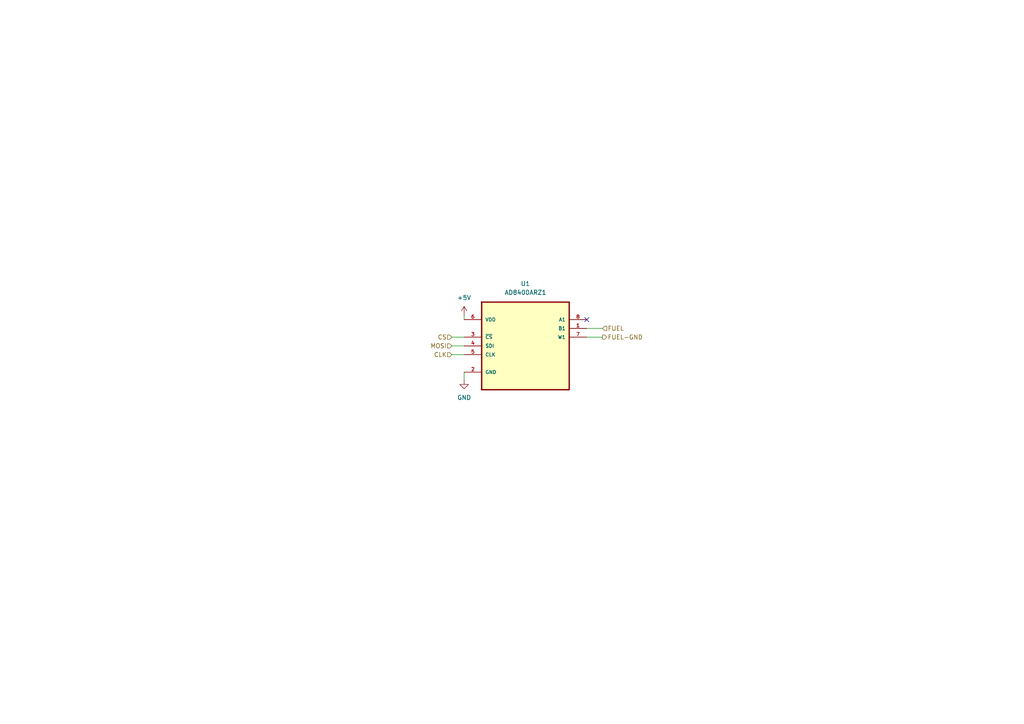
<source format=kicad_sch>
(kicad_sch (version 20211123) (generator eeschema)
  (paper "A4")
  (lib_symbols
    (symbol "AD8400ARZ1:AD8400ARZ1" (pin_names (offset 1.016))
      (property "Reference" "U" (at -4.7244 14.1986 0))
      (property "Value" "AD8400ARZ1" (at -5.6642 11.6586 0))
      (symbol "AD8400ARZ1_0_0"
        (rectangle (start -12.7 -15.24) (end 12.7 10.16) (stroke (width 0.4064)) (fill (type background)))
        (pin passive line (at 17.78 2.54 180) (length 5.08) (name "B1") (number "1"))
        (pin passive line (at -17.78 -10.16 0) (length 5.08) (name "GND") (number "2"))
        (pin input line (at -17.78 0 0) (length 5.08) (name "~{CS}") (number "3"))
        (pin input line (at -17.78 -2.54 0) (length 5.08) (name "SDI") (number "4"))
        (pin input line (at -17.78 -5.08 0) (length 5.08) (name "CLK") (number "5"))
        (pin power_in line (at -17.78 5.08 0) (length 5.08) (name "VDD") (number "6"))
        (pin passive line (at 17.78 0 180) (length 5.08) (name "W1") (number "7"))
        (pin passive line (at 17.78 5.08 180) (length 5.08) (name "A1") (number "8"))
      )
    )
    (symbol "power:+5V" (power) (pin_names (offset 0))
      (property "Value" "+5V" (at 0 3.556 0))
      (symbol "+5V_0_1"
        (polyline (pts (xy -0.762 1.27) (xy 0 2.54)))
        (polyline (pts (xy 0 0) (xy 0 2.54)))
        (polyline (pts (xy 0 2.54) (xy 0.762 1.27)))
      )
      (symbol "+5V_1_1"
        (pin power_in line (at 0 0 90) (length 0) hide (name "+5V") (number "1"))
      )
    )
    (symbol "power:GND" (power) (pin_names (offset 0))
      (property "Value" "GND" (at 0 -3.81 0))
      (symbol "GND_0_1"
        (polyline (pts (xy 0 0) (xy 0 -1.27) (xy 1.27 -1.27) (xy 0 -2.54) (xy -1.27 -1.27) (xy 0 -1.27)))
      )
      (symbol "GND_1_1"
        (pin power_in line (at 0 0 270) (length 0) hide (name "GND") (number "1"))
      )
    )
  )
  (no_connect (at 170.18 92.71))
  (wire (pts (xy 131.064 102.87) (xy 134.62 102.87)))
  (wire (pts (xy 134.62 107.95) (xy 134.62 110.236)))
  (wire (pts (xy 131.064 100.33) (xy 134.62 100.33)))
  (wire (pts (xy 131.064 97.79) (xy 134.62 97.79)))
  (wire (pts (xy 170.18 95.25) (xy 174.752 95.25)))
  (wire (pts (xy 170.18 97.79) (xy 174.752 97.79)))
  (wire (pts (xy 134.62 91.44) (xy 134.62 92.71)))
  (hierarchical_label "FUEL" (shape input) (at 174.752 95.25 0))
  (hierarchical_label "CS" (shape input) (at 131.064 97.79 180))
  (hierarchical_label "CLK" (shape input) (at 131.064 102.87 180))
  (hierarchical_label "MOSI" (shape input) (at 131.064 100.33 180))
  (hierarchical_label "FUEL-GND" (shape output) (at 174.752 97.79 0))
  (symbol (lib_id "power:+5V") (at 134.62 91.44 0) (unit 1)
    (property "Reference" "#PWR0113" (effects hide))
    (property "Value" "+5V" (at 134.62 86.36 0))
  )
  (symbol (lib_id "AD8400ARZ1:AD8400ARZ1") (at 152.4 97.79 0) (unit 1)
    (property "Reference" "U1" (at 152.4 82.296 0))
    (property "Value" "AD8400ARZ1" (at 152.4 84.836 0))
    (property "Footprint" "Package_SO:SOIC-8-1EP_3.9x4.9mm_P1.27mm_EP2.29x3mm" (effects hide))
    (property "OC_FARNELL" "1661082" (effects hide))
    (property "MPN" "AD8400ARZ1" (effects hide))
    (property "PACKAGE" "SOIC-8" (effects hide))
    (property "OC_NEWARK" "19M8905" (effects hide))
    (property "SUPPLIER" "ANALOG DEVICES" (effects hide))
  )
  (symbol (lib_id "power:GND") (at 134.62 110.236 0) (unit 1)
    (property "Reference" "#PWR0114" (effects hide))
    (property "Value" "GND" (at 134.62 115.316 0))
  )
)
</source>
